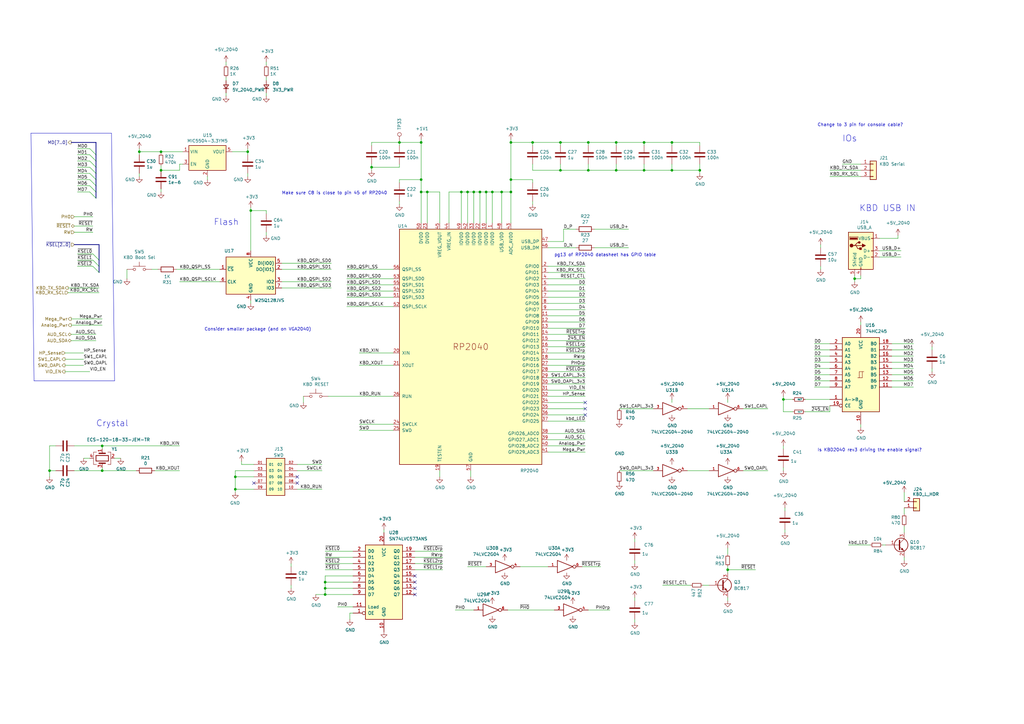
<source format=kicad_sch>
(kicad_sch (version 20230121) (generator eeschema)
  (paper "A3")
  (title_block (title "KBD2040") (date "2022-06-27") (rev "3b") (company "twitch.tv/baldengineer"))
  (junction (at 133.35 241.3))
  (junction (at 275.59 69.85))
  (junction (at 96.52 195.58))
  (junction (at 41.91 193.04))
  (junction (at 241.3 69.85))
  (junction (at 252.73 69.85))
  (junction (at 66.04 69.85))
  (junction (at 152.4 68.58))
  (junction (at 229.87 69.85))
  (junction (at 264.16 69.85))
  (junction (at 189.23 78.74))
  (junction (at 275.59 58.42))
  (junction (at 172.72 58.42))
  (junction (at 41.91 182.88))
  (junction (at 298.45 233.68))
  (junction (at 209.55 78.74))
  (junction (at 172.72 78.74))
  (junction (at 196.85 78.74))
  (junction (at 194.31 78.74))
  (junction (at 66.04 62.23))
  (junction (at 133.35 238.76))
  (junction (at 163.83 58.42))
  (junction (at 201.93 78.74))
  (junction (at 218.44 58.42))
  (junction (at 101.6 62.23))
  (junction (at 57.15 62.23))
  (junction (at 172.72 73.66))
  (junction (at 350.52 114.3))
  (junction (at 191.77 78.74))
  (junction (at 321.31 163.83))
  (junction (at 133.35 243.84))
  (junction (at 229.87 58.42))
  (junction (at 209.55 73.66))
  (junction (at 205.74 78.74))
  (junction (at 102.87 86.36))
  (junction (at 96.52 200.66))
  (junction (at 252.73 58.42))
  (junction (at 199.39 78.74))
  (junction (at 20.32 193.04))
  (junction (at 209.55 58.42))
  (junction (at 241.3 58.42))
  (junction (at 287.02 69.85))
  (junction (at 264.16 58.42))
  (junction (at 175.26 78.74))
  (no_connect (at 240.03 170.18))
  (no_connect (at 240.03 167.64))
  (no_connect (at 170.18 238.76))
  (no_connect (at 240.03 165.1))
  (no_connect (at 121.92 198.12))
  (no_connect (at 104.14 198.12))
  (no_connect (at 121.92 195.58))
  (no_connect (at 170.18 236.22))
  (no_connect (at 170.18 241.3))
  (no_connect (at 170.18 243.84))
  (bus_entry (at 36.83 71.12) (size 2.54 2.54))
  (bus_entry (at 36.83 78.74) (size 2.54 2.54))
  (bus_entry (at 36.83 68.58) (size 2.54 2.54))
  (bus_entry (at 36.83 66.04) (size 2.54 2.54))
  (bus_entry (at 36.83 63.5) (size 2.54 2.54))
  (bus_entry (at 36.83 73.66) (size 2.54 2.54))
  (bus_entry (at 36.83 60.96) (size 2.54 2.54))
  (bus_entry (at 38.1 104.14) (size 2.54 2.54))
  (bus_entry (at 38.1 106.68) (size 2.54 2.54))
  (bus_entry (at 38.1 109.22) (size 2.54 2.54))
  (bus_entry (at 36.83 76.2) (size 2.54 2.54))
  (wire (pts (xy 241.3 58.42) (xy 252.73 58.42)))
  (wire (pts (xy 161.29 110.49) (xy 142.24 110.49)))
  (wire (pts (xy 96.52 193.04) (xy 104.14 193.04)))
  (wire (pts (xy 241.3 59.69) (xy 241.3 58.42)))
  (wire (pts (xy 31.75 104.14) (xy 38.1 104.14)))
  (wire (pts (xy 218.44 67.31) (xy 218.44 69.85)))
  (bus (pts (xy 39.37 68.58) (xy 39.37 66.04)))
  (wire (pts (xy 115.57 118.11) (xy 135.89 118.11)))
  (wire (pts (xy 360.68 105.41) (xy 369.57 105.41)))
  (wire (pts (xy 254 193.04) (xy 267.97 193.04)))
  (wire (pts (xy 194.31 91.44) (xy 194.31 78.74)))
  (wire (pts (xy 161.29 149.86) (xy 147.32 149.86)))
  (wire (pts (xy 224.79 160.02) (xy 240.03 160.02)))
  (wire (pts (xy 224.79 154.94) (xy 240.03 154.94)))
  (wire (pts (xy 134.62 162.56) (xy 161.29 162.56)))
  (wire (pts (xy 360.68 102.87) (xy 369.57 102.87)))
  (wire (pts (xy 22.86 182.88) (xy 20.32 182.88)))
  (wire (pts (xy 27.94 120.015) (xy 40.64 120.015)))
  (wire (pts (xy 205.74 91.44) (xy 205.74 78.74)))
  (wire (pts (xy 102.87 123.19) (xy 102.87 124.46)))
  (wire (pts (xy 180.34 193.04) (xy 180.34 195.58)))
  (wire (pts (xy 334.01 156.21) (xy 340.36 156.21)))
  (wire (pts (xy 365.76 146.05) (xy 374.65 146.05)))
  (wire (pts (xy 36.83 76.2) (xy 31.75 76.2)))
  (wire (pts (xy 31.75 109.22) (xy 38.1 109.22)))
  (wire (pts (xy 193.04 193.04) (xy 193.04 195.58)))
  (wire (pts (xy 288.29 240.03) (xy 290.83 240.03)))
  (wire (pts (xy 129.54 243.84) (xy 133.35 243.84)))
  (wire (pts (xy 36.83 152.4) (xy 26.67 152.4)))
  (wire (pts (xy 243.84 93.98) (xy 257.81 93.98)))
  (wire (pts (xy 229.87 58.42) (xy 241.3 58.42)))
  (wire (pts (xy 175.26 91.44) (xy 175.26 78.74)))
  (wire (pts (xy 115.57 110.49) (xy 135.89 110.49)))
  (wire (pts (xy 46.99 187.96) (xy 49.53 187.96)))
  (wire (pts (xy 365.76 156.21) (xy 374.65 156.21)))
  (wire (pts (xy 334.01 146.05) (xy 340.36 146.05)))
  (wire (pts (xy 121.92 190.5) (xy 132.08 190.5)))
  (wire (pts (xy 189.23 78.74) (xy 191.77 78.74)))
  (wire (pts (xy 180.34 91.44) (xy 180.34 78.74)))
  (wire (pts (xy 224.79 111.76) (xy 240.03 111.76)))
  (wire (pts (xy 101.6 71.12) (xy 101.6 72.39)))
  (wire (pts (xy 321.31 191.77) (xy 321.31 193.04)))
  (wire (pts (xy 133.35 236.22) (xy 133.35 238.76)))
  (wire (pts (xy 66.04 69.85) (xy 73.66 69.85)))
  (wire (pts (xy 353.06 113.03) (xy 353.06 114.3)))
  (wire (pts (xy 224.79 182.88) (xy 240.03 182.88)))
  (bus (pts (xy 39.37 73.66) (xy 39.37 71.12)))
  (wire (pts (xy 275.59 67.31) (xy 275.59 69.85)))
  (wire (pts (xy 109.22 25.4) (xy 109.22 26.67)))
  (wire (pts (xy 304.8 167.64) (xy 314.96 167.64)))
  (wire (pts (xy 39.37 137.16) (xy 29.21 137.16)))
  (wire (pts (xy 224.79 167.64) (xy 240.03 167.64)))
  (wire (pts (xy 224.79 101.6) (xy 236.22 101.6)))
  (wire (pts (xy 170.18 226.06) (xy 181.61 226.06)))
  (wire (pts (xy 36.83 78.74) (xy 31.75 78.74)))
  (wire (pts (xy 119.38 231.14) (xy 119.38 232.41)))
  (wire (pts (xy 161.29 176.53) (xy 147.32 176.53)))
  (wire (pts (xy 96.52 195.58) (xy 104.14 195.58)))
  (wire (pts (xy 321.31 182.88) (xy 321.31 184.15)))
  (wire (pts (xy 36.83 63.5) (xy 31.75 63.5)))
  (wire (pts (xy 101.6 60.96) (xy 101.6 62.23)))
  (wire (pts (xy 224.79 114.3) (xy 240.03 114.3)))
  (wire (pts (xy 57.15 62.23) (xy 66.04 62.23)))
  (wire (pts (xy 41.91 193.04) (xy 55.88 193.04)))
  (wire (pts (xy 31.75 66.04) (xy 36.83 66.04)))
  (wire (pts (xy 370.84 208.28) (xy 370.84 210.82)))
  (wire (pts (xy 330.2 163.83) (xy 340.36 163.83)))
  (wire (pts (xy 353.06 173.99) (xy 353.06 175.26)))
  (wire (pts (xy 287.02 69.85) (xy 287.02 71.12)))
  (wire (pts (xy 287.02 59.69) (xy 287.02 58.42)))
  (wire (pts (xy 34.29 149.86) (xy 26.67 149.86)))
  (wire (pts (xy 209.55 58.42) (xy 218.44 58.42)))
  (wire (pts (xy 298.45 233.68) (xy 298.45 234.95)))
  (wire (pts (xy 102.87 86.36) (xy 102.87 102.87)))
  (bus (pts (xy 39.37 71.12) (xy 39.37 68.58)))
  (wire (pts (xy 170.18 233.68) (xy 181.61 233.68)))
  (wire (pts (xy 199.39 91.44) (xy 199.39 78.74)))
  (wire (pts (xy 321.31 168.91) (xy 325.12 168.91)))
  (wire (pts (xy 95.25 62.23) (xy 101.6 62.23)))
  (wire (pts (xy 184.15 78.74) (xy 189.23 78.74)))
  (wire (pts (xy 260.35 220.98) (xy 260.35 222.25)))
  (wire (pts (xy 30.48 95.25) (xy 38.1 95.25)))
  (wire (pts (xy 224.79 144.78) (xy 240.03 144.78)))
  (wire (pts (xy 298.45 245.11) (xy 298.45 246.38)))
  (wire (pts (xy 287.02 67.31) (xy 287.02 69.85)))
  (wire (pts (xy 321.31 163.83) (xy 321.31 168.91)))
  (polyline (pts (xy 46.99 156.21) (xy 13.97 156.21)))
  (wire (pts (xy 275.59 69.85) (xy 264.16 69.85)))
  (bus (pts (xy 39.37 63.5) (xy 39.37 58.42)))
  (wire (pts (xy 109.22 86.36) (xy 102.87 86.36)))
  (wire (pts (xy 31.75 68.58) (xy 36.83 68.58)))
  (wire (pts (xy 209.55 73.66) (xy 218.44 73.66)))
  (wire (pts (xy 92.71 38.1) (xy 92.71 39.37)))
  (wire (pts (xy 66.04 62.23) (xy 66.04 62.865)))
  (wire (pts (xy 66.04 77.47) (xy 66.04 78.74)))
  (wire (pts (xy 199.39 78.74) (xy 201.93 78.74)))
  (wire (pts (xy 175.26 78.74) (xy 172.72 78.74)))
  (wire (pts (xy 163.83 59.69) (xy 163.83 58.42)))
  (polyline (pts (xy 45.72 54.61) (xy 46.99 156.21)))
  (wire (pts (xy 133.35 243.84) (xy 144.78 243.84)))
  (wire (pts (xy 66.04 67.945) (xy 66.04 69.85)))
  (wire (pts (xy 27.94 118.11) (xy 40.64 118.11)))
  (wire (pts (xy 121.92 200.66) (xy 132.08 200.66)))
  (wire (pts (xy 147.32 144.78) (xy 161.29 144.78)))
  (wire (pts (xy 74.93 67.31) (xy 73.66 67.31)))
  (wire (pts (xy 109.22 38.1) (xy 109.22 39.37)))
  (wire (pts (xy 152.4 67.31) (xy 152.4 68.58)))
  (wire (pts (xy 201.93 78.74) (xy 201.93 91.44)))
  (wire (pts (xy 365.76 140.97) (xy 374.65 140.97)))
  (wire (pts (xy 252.73 67.31) (xy 252.73 69.85)))
  (wire (pts (xy 345.44 67.31) (xy 353.06 67.31)))
  (wire (pts (xy 143.51 254) (xy 143.51 251.46)))
  (wire (pts (xy 224.79 139.7) (xy 240.03 139.7)))
  (wire (pts (xy 224.79 142.24) (xy 240.03 142.24)))
  (wire (pts (xy 264.16 67.31) (xy 264.16 69.85)))
  (wire (pts (xy 96.52 200.66) (xy 96.52 201.93)))
  (wire (pts (xy 252.73 69.85) (xy 241.3 69.85)))
  (wire (pts (xy 321.945 217.17) (xy 321.945 218.44)))
  (wire (pts (xy 109.22 31.75) (xy 109.22 33.02)))
  (wire (pts (xy 224.79 127) (xy 240.03 127)))
  (wire (pts (xy 191.77 91.44) (xy 191.77 78.74)))
  (wire (pts (xy 325.12 163.83) (xy 321.31 163.83)))
  (wire (pts (xy 62.23 110.49) (xy 64.77 110.49)))
  (wire (pts (xy 180.34 78.74) (xy 175.26 78.74)))
  (wire (pts (xy 353.06 114.3) (xy 350.52 114.3)))
  (wire (pts (xy 163.83 68.58) (xy 163.83 67.31)))
  (wire (pts (xy 241.3 69.85) (xy 229.87 69.85)))
  (wire (pts (xy 231.14 93.98) (xy 236.22 93.98)))
  (wire (pts (xy 29.21 133.35) (xy 41.91 133.35)))
  (wire (pts (xy 104.14 190.5) (xy 99.06 190.5)))
  (wire (pts (xy 22.86 193.04) (xy 20.32 193.04)))
  (wire (pts (xy 382.27 151.13) (xy 382.27 152.4)))
  (wire (pts (xy 52.07 110.49) (xy 52.07 114.3)))
  (wire (pts (xy 196.85 78.74) (xy 199.39 78.74)))
  (wire (pts (xy 368.3 96.52) (xy 368.3 97.79)))
  (wire (pts (xy 208.28 250.19) (xy 227.33 250.19)))
  (wire (pts (xy 334.01 153.67) (xy 340.36 153.67)))
  (wire (pts (xy 224.79 165.1) (xy 240.03 165.1)))
  (wire (pts (xy 231.14 93.98) (xy 231.14 99.06)))
  (wire (pts (xy 73.66 115.57) (xy 90.17 115.57)))
  (wire (pts (xy 20.32 193.04) (xy 20.32 195.58)))
  (wire (pts (xy 39.37 139.7) (xy 29.21 139.7)))
  (wire (pts (xy 298.45 224.79) (xy 298.45 227.33)))
  (wire (pts (xy 275.59 59.69) (xy 275.59 58.42)))
  (wire (pts (xy 224.79 132.08) (xy 240.03 132.08)))
  (wire (pts (xy 229.87 69.85) (xy 218.44 69.85)))
  (wire (pts (xy 31.75 71.12) (xy 36.83 71.12)))
  (wire (pts (xy 142.24 121.92) (xy 161.29 121.92)))
  (wire (pts (xy 31.75 106.68) (xy 38.1 106.68)))
  (wire (pts (xy 152.4 68.58) (xy 152.4 69.85)))
  (wire (pts (xy 361.95 223.52) (xy 363.22 223.52)))
  (wire (pts (xy 57.15 71.12) (xy 57.15 72.39)))
  (wire (pts (xy 73.66 69.85) (xy 73.66 67.31)))
  (wire (pts (xy 41.91 182.88) (xy 73.66 182.88)))
  (wire (pts (xy 92.71 25.4) (xy 92.71 26.67)))
  (wire (pts (xy 213.36 232.41) (xy 224.79 232.41)))
  (wire (pts (xy 229.87 67.31) (xy 229.87 69.85)))
  (wire (pts (xy 365.76 148.59) (xy 374.65 148.59)))
  (wire (pts (xy 209.55 58.42) (xy 209.55 73.66)))
  (wire (pts (xy 334.01 151.13) (xy 340.36 151.13)))
  (wire (pts (xy 199.39 232.41) (xy 191.77 232.41)))
  (wire (pts (xy 172.72 78.74) (xy 172.72 91.44)))
  (wire (pts (xy 224.79 99.06) (xy 231.14 99.06)))
  (wire (pts (xy 275.59 163.83) (xy 275.59 165.1)))
  (bus (pts (xy 39.37 78.74) (xy 39.37 76.2)))
  (wire (pts (xy 209.55 57.15) (xy 209.55 58.42)))
  (wire (pts (xy 224.79 152.4) (xy 240.03 152.4)))
  (wire (pts (xy 224.79 109.22) (xy 240.03 109.22)))
  (wire (pts (xy 30.48 182.88) (xy 41.91 182.88)))
  (wire (pts (xy 330.2 168.91) (xy 340.36 168.91)))
  (wire (pts (xy 224.79 149.86) (xy 240.03 149.86)))
  (wire (pts (xy 224.79 116.84) (xy 240.03 116.84)))
  (wire (pts (xy 298.45 232.41) (xy 298.45 233.68)))
  (wire (pts (xy 102.87 85.09) (xy 102.87 86.36)))
  (wire (pts (xy 370.84 228.6) (xy 370.84 229.87)))
  (wire (pts (xy 370.84 201.93) (xy 370.84 205.74)))
  (wire (pts (xy 66.04 62.23) (xy 74.93 62.23)))
  (wire (pts (xy 224.79 185.42) (xy 240.03 185.42)))
  (wire (pts (xy 347.98 223.52) (xy 356.87 223.52)))
  (wire (pts (xy 142.24 125.73) (xy 161.29 125.73)))
  (wire (pts (xy 224.79 121.92) (xy 240.03 121.92)))
  (wire (pts (xy 163.83 82.55) (xy 163.83 83.82)))
  (wire (pts (xy 172.72 58.42) (xy 172.72 73.66)))
  (wire (pts (xy 224.79 147.32) (xy 240.03 147.32)))
  (wire (pts (xy 218.44 58.42) (xy 229.87 58.42)))
  (wire (pts (xy 229.87 59.69) (xy 229.87 58.42)))
  (wire (pts (xy 224.79 119.38) (xy 240.03 119.38)))
  (wire (pts (xy 321.31 162.56) (xy 321.31 163.83)))
  (wire (pts (xy 92.71 31.75) (xy 92.71 33.02)))
  (wire (pts (xy 340.36 69.85) (xy 353.06 69.85)))
  (wire (pts (xy 133.35 238.76) (xy 133.35 241.3)))
  (wire (pts (xy 30.48 193.04) (xy 41.91 193.04)))
  (wire (pts (xy 224.79 157.48) (xy 240.03 157.48)))
  (wire (pts (xy 298.45 233.68) (xy 309.88 233.68)))
  (wire (pts (xy 209.55 78.74) (xy 209.55 91.44)))
  (wire (pts (xy 133.35 241.3) (xy 133.35 243.84)))
  (wire (pts (xy 115.57 115.57) (xy 135.89 115.57)))
  (wire (pts (xy 172.72 57.15) (xy 172.72 58.42)))
  (wire (pts (xy 254 167.64) (xy 267.97 167.64)))
  (wire (pts (xy 252.73 58.42) (xy 264.16 58.42)))
  (wire (pts (xy 224.79 137.16) (xy 240.03 137.16)))
  (wire (pts (xy 260.35 245.11) (xy 260.35 246.38)))
  (wire (pts (xy 31.75 73.66) (xy 36.83 73.66)))
  (wire (pts (xy 161.29 173.99) (xy 147.32 173.99)))
  (wire (pts (xy 353.06 132.08) (xy 353.06 133.35)))
  (wire (pts (xy 119.38 240.03) (xy 119.38 241.3)))
  (wire (pts (xy 163.83 74.93) (xy 163.83 73.66)))
  (wire (pts (xy 334.01 143.51) (xy 340.36 143.51)))
  (wire (pts (xy 243.84 101.6) (xy 257.81 101.6)))
  (wire (pts (xy 336.55 109.22) (xy 336.55 110.49)))
  (wire (pts (xy 184.15 91.44) (xy 184.15 78.74)))
  (wire (pts (xy 133.35 228.6) (xy 144.78 228.6)))
  (bus (pts (xy 40.64 111.76) (xy 40.64 109.22)))
  (wire (pts (xy 241.3 67.31) (xy 241.3 69.85)))
  (wire (pts (xy 163.83 58.42) (xy 172.72 58.42)))
  (wire (pts (xy 194.31 78.74) (xy 196.85 78.74)))
  (wire (pts (xy 30.48 92.71) (xy 38.1 92.71)))
  (wire (pts (xy 370.84 215.9) (xy 370.84 218.44)))
  (wire (pts (xy 196.85 91.44) (xy 196.85 78.74)))
  (wire (pts (xy 191.77 78.74) (xy 194.31 78.74)))
  (bus (pts (xy 40.64 106.68) (xy 40.64 100.33)))
  (wire (pts (xy 20.32 182.88) (xy 20.32 193.04)))
  (wire (pts (xy 170.18 228.6) (xy 181.61 228.6)))
  (wire (pts (xy 72.39 110.49) (xy 90.17 110.49)))
  (bus (pts (xy 39.37 66.04) (xy 39.37 63.5)))
  (wire (pts (xy 96.52 200.66) (xy 104.14 200.66)))
  (wire (pts (xy 63.5 193.04) (xy 73.66 193.04)))
  (wire (pts (xy 36.83 60.96) (xy 31.75 60.96)))
  (wire (pts (xy 101.6 62.23) (xy 101.6 63.5)))
  (wire (pts (xy 246.38 232.41) (xy 238.76 232.41)))
  (wire (pts (xy 281.94 167.64) (xy 290.83 167.64)))
  (wire (pts (xy 133.35 231.14) (xy 144.78 231.14)))
  (wire (pts (xy 224.79 134.62) (xy 240.03 134.62)))
  (wire (pts (xy 29.21 130.81) (xy 41.91 130.81)))
  (wire (pts (xy 57.15 60.96) (xy 57.15 62.23)))
  (wire (pts (xy 152.4 59.69) (xy 152.4 58.42)))
  (wire (pts (xy 224.79 172.72) (xy 240.03 172.72)))
  (wire (pts (xy 170.18 231.14) (xy 181.61 231.14)))
  (wire (pts (xy 298.45 163.83) (xy 298.45 165.1)))
  (wire (pts (xy 152.4 58.42) (xy 163.83 58.42)))
  (wire (pts (xy 350.52 114.3) (xy 350.52 115.57)))
  (wire (pts (xy 41.91 184.15) (xy 41.91 182.88)))
  (wire (pts (xy 218.44 82.55) (xy 218.44 83.82)))
  (wire (pts (xy 142.24 116.84) (xy 161.29 116.84)))
  (wire (pts (xy 304.8 193.04) (xy 314.96 193.04)))
  (wire (pts (xy 365.76 143.51) (xy 374.65 143.51)))
  (wire (pts (xy 260.35 229.87) (xy 260.35 231.14)))
  (wire (pts (xy 365.76 153.67) (xy 374.65 153.67)))
  (wire (pts (xy 157.48 217.17) (xy 157.48 218.44)))
  (wire (pts (xy 121.92 193.04) (xy 132.08 193.04)))
  (wire (pts (xy 264.16 58.42) (xy 275.59 58.42)))
  (wire (pts (xy 281.94 193.04) (xy 290.83 193.04)))
  (wire (pts (xy 194.31 250.19) (xy 186.69 250.19)))
  (wire (pts (xy 264.16 59.69) (xy 264.16 58.42)))
  (wire (pts (xy 133.35 233.68) (xy 144.78 233.68)))
  (wire (pts (xy 133.35 238.76) (xy 144.78 238.76)))
  (wire (pts (xy 152.4 68.58) (xy 163.83 68.58)))
  (wire (pts (xy 142.24 114.3) (xy 161.29 114.3)))
  (wire (pts (xy 224.79 129.54) (xy 240.03 129.54)))
  (wire (pts (xy 365.76 158.75) (xy 374.65 158.75)))
  (wire (pts (xy 57.15 62.23) (xy 57.15 63.5)))
  (wire (pts (xy 382.27 142.24) (xy 382.27 143.51)))
  (wire (pts (xy 334.01 148.59) (xy 340.36 148.59)))
  (wire (pts (xy 360.68 97.79) (xy 368.3 97.79)))
  (wire (pts (xy 209.55 73.66) (xy 209.55 78.74)))
  (wire (pts (xy 224.79 124.46) (xy 240.03 124.46)))
  (wire (pts (xy 271.78 240.03) (xy 283.21 240.03)))
  (wire (pts (xy 224.79 177.8) (xy 240.03 177.8)))
  (wire (pts (xy 350.52 113.03) (xy 350.52 114.3)))
  (wire (pts (xy 115.57 107.95) (xy 135.89 107.95)))
  (wire (pts (xy 275.59 58.42) (xy 287.02 58.42)))
  (wire (pts (xy 201.93 78.74) (xy 205.74 78.74)))
  (bus (pts (xy 30.48 100.33) (xy 40.64 100.33)))
  (wire (pts (xy 218.44 59.69) (xy 218.44 58.42)))
  (wire (pts (xy 260.35 254) (xy 260.35 255.27)))
  (wire (pts (xy 96.52 195.58) (xy 96.52 200.66)))
  (bus (pts (xy 39.37 76.2) (xy 39.37 73.66)))
  (wire (pts (xy 189.23 91.44) (xy 189.23 78.74)))
  (wire (pts (xy 96.52 193.04) (xy 96.52 195.58)))
  (wire (pts (xy 99.06 190.5) (xy 99.06 189.23)))
  (wire (pts (xy 218.44 74.93) (xy 218.44 73.66)))
  (wire (pts (xy 34.29 144.78) (xy 26.67 144.78)))
  (wire (pts (xy 172.72 73.66) (xy 172.72 78.74)))
  (wire (pts (xy 109.22 95.25) (xy 109.22 96.52)))
  (bus (pts (xy 29.21 58.42) (xy 39.37 58.42)))
  (wire (pts (xy 275.59 69.85) (xy 287.02 69.85)))
  (wire (pts (xy 336.55 100.33) (xy 336.55 101.6)))
  (wire (pts (xy 133.35 241.3) (xy 144.78 241.3)))
  (wire (pts (xy 138.43 248.92) (xy 144.78 248.92)))
  (bus (pts (xy 39.37 81.28) (xy 39.37 78.74)))
  (wire (pts (xy 252.73 59.69) (xy 252.73 58.42)))
  (wire (pts (xy 133.35 226.06) (xy 144.78 226.06)))
  (wire (pts (xy 224.79 180.34) (xy 240.03 180.34)))
  (wire (pts (xy 142.24 119.38) (xy 161.29 119.38)))
  (bus (pts (xy 40.64 109.22) (xy 40.64 106.68)))
  (wire (pts (xy 264.16 69.85) (xy 252.73 69.85)))
  (polyline (pts (xy 12.7 54.61) (xy 13.97 156.21)))
  (wire (pts (xy 124.46 162.56) (xy 124.46 165.1)))
  (wire (pts (xy 34.29 147.32) (xy 26.67 147.32)))
  (wire (pts (xy 205.74 78.74) (xy 209.55 78.74)))
  (wire (pts (xy 250.19 250.19) (xy 241.3 250.19)))
  (wire (pts (xy 340.36 72.39) (xy 353.06 72.39)))
  (wire (pts (xy 224.79 170.18) (xy 240.03 170.18)))
  (wire (pts (xy 340.36 168.91) (xy 340.36 166.37)))
  (polyline (pts (xy 12.7 54.61) (xy 45.72 54.61)))
  (wire (pts (xy 41.91 191.77) (xy 41.91 193.04)))
  (wire (pts (xy 321.945 208.28) (xy 321.945 209.55)))
  (wire (pts (xy 334.01 140.97) (xy 340.36 140.97)))
  (wire (pts (xy 109.22 87.63) (xy 109.22 86.36)))
  (wire (pts (xy 340.36 158.75) (xy 334.01 158.75)))
  (wire (pts (xy 143.51 251.46) (xy 144.78 251.46)))
  (wire (pts (xy 224.79 162.56) (xy 240.03 162.56)))
  (wire (pts (xy 163.83 73.66) (xy 172.72 73.66)))
  (wire (pts (xy 85.09 73.66) (xy 85.09 72.39)))
  (wire (pts (xy 38.1 88.9) (xy 30.48 88.9)))
  (wire (pts (xy 36.83 187.96) (xy 34.29 187.96)))
  (wire (pts (xy 133.35 236.22) (xy 144.78 236.22)))
  (wire (pts (xy 365.76 151.13) (xy 374.65 151.13)))
  (text "IOs" (at 345.44 58.42 0) (effects (font (size 2.54 2.54)) (justify left bottom)))
  (text "Change to 3 pin for console cable?" (at 335.28 52.07 0) (effects (font (size 1.27 1.27)) (justify left bottom)))
  (text "Crystal" (at 39.37 175.26 0) (effects (font (size 2.54 2.54)) (justify left bottom)))
  (text "pg13 of RP2040 datasheet has GPIO table" (at 227.33 105.41 0) (effects (font (size 1.27 1.27)) (justify left bottom)))
  (text "Consider smaller package (and on VGA2040)" (at 83.82 135.89 0) (effects (font (size 1.27 1.27)) (justify left bottom)))
  (text "Flash" (at 87.63 92.71 0) (effects (font (size 2.54 2.54)) (justify left bottom)))
  (text "Is KBD2040 rev3 driving the enable signal?" (at 335.28 185.42 0) (effects (font (size 1.27 1.27)) (justify left bottom)))
  (text "KBD USB IN" (at 352.425 86.995 0) (effects (font (size 2.54 2.54)) (justify left bottom)))
  (text "Make sure C8 is close to pin 45 of RP2040" (at 115.57 80.01 0) (effects (font (size 1.27 1.27)) (justify left bottom)))
  (label "SW1_CAPL_3v3" (at 240.03 154.94 180))
  (label "~{PH0}" (at 217.17 250.19 180))
  (label "~{RESET}" (at 38.1 92.71 180))
  (label "MD4" (at 374.65 151.13 180))
  (label "RWrp" (at 181.61 228.6 180))
  (label "HP_Sense" (at 240.03 162.56 180))
  (label "D6" (at 334.01 156.21 0))
  (label "HP_Sense" (at 34.29 144.78 0))
  (label "KBD_XIN" (at 73.66 182.88 180))
  (label "D1" (at 240.03 119.38 180))
  (label "D0" (at 240.03 116.84 180))
  (label "KBD_RX_SCL" (at 240.03 111.76 180))
  (label "Analog_Pwr" (at 240.03 182.88 180))
  (label "MD6" (at 31.75 76.2 0))
  (label "~{245_EN}" (at 332.74 168.91 0))
  (label "D3" (at 334.01 148.59 0))
  (label "D3" (at 240.03 124.46 180))
  (label "D2" (at 334.01 146.05 0))
  (label "PH0" (at 138.43 248.92 0))
  (label "PH0rp" (at 240.03 149.86 180))
  (label "SW0_OAPL" (at 34.29 149.86 0))
  (label "~{RESETrp}" (at 246.38 232.41 180))
  (label "~{KSEL1rp}" (at 240.03 142.24 180))
  (label "kbd_LED" (at 347.98 223.52 0))
  (label "D7" (at 334.01 158.75 0))
  (label "D5" (at 334.01 153.67 0))
  (label "RESET_CTL" (at 271.78 240.03 0))
  (label "AUD_SDA" (at 39.37 139.7 180))
  (label "GND" (at 345.44 67.31 0))
  (label "D_P" (at 231.14 93.98 0))
  (label "~{KSEL2}" (at 133.35 231.14 0))
  (label "KBD_RUN" (at 147.32 162.56 0))
  (label "KBD_TX_SDA" (at 40.64 118.11 180))
  (label "MD0" (at 374.65 140.97 180))
  (label "AUD_SCL" (at 240.03 180.34 180))
  (label "MD0" (at 31.75 60.96 0))
  (label "~{KSEL0}" (at 133.35 226.06 0))
  (label "~{KSEL2rp}" (at 181.61 231.14 180))
  (label "~{RESET}" (at 309.88 233.68 180))
  (label "MD3" (at 374.65 148.59 180))
  (label "KBD_QSPI_SCLK" (at 142.24 125.73 0))
  (label "PH0" (at 38.1 88.9 180))
  (label "KBD_QSPI_SD2" (at 142.24 119.38 0))
  (label "USB_D+" (at 369.57 102.87 180))
  (label "MD5" (at 31.75 73.66 0))
  (label "Analog_Pwr" (at 41.91 133.35 180))
  (label "~{RESETrp}" (at 240.03 137.16 180))
  (label "PH0rp" (at 250.19 250.19 180))
  (label "D7" (at 240.03 134.62 180))
  (label "RWrp" (at 240.03 147.32 180))
  (label "KBD_QSPI_SCLK" (at 73.66 115.57 0))
  (label "AUD_SCL" (at 39.37 137.16 180))
  (label "RW" (at 38.1 95.25 180))
  (label "VID_EN" (at 240.03 160.02 180))
  (label "D4" (at 240.03 127 180))
  (label "KBD_RX_SCL" (at 340.36 72.39 0))
  (label "SWD" (at 132.08 190.5 180))
  (label "D5" (at 240.03 129.54 180))
  (label "~{KSEL0rp}" (at 240.03 152.4 180))
  (label "MD5" (at 374.65 153.67 180))
  (label "D_N" (at 231.14 101.6 0))
  (label "USB_D+" (at 257.81 93.98 180))
  (label "D2" (at 240.03 121.92 180))
  (label "SW1_CAPL_3v3" (at 254 167.64 0))
  (label "kbd_LED" (at 240.03 172.72 180))
  (label "VID_EN" (at 36.83 152.4 0))
  (label "KBD_RUN" (at 132.08 200.66 180))
  (label "KBD_TX_SDA" (at 240.03 109.22 180))
  (label "~{RESET}" (at 191.77 232.41 0))
  (label "MD6" (at 374.65 156.21 180))
  (label "MD2" (at 374.65 146.05 180))
  (label "MD4" (at 31.75 71.12 0))
  (label "SWD" (at 147.32 176.53 0))
  (label "D6" (at 240.03 132.08 180))
  (label "~{KSEL1}" (at 133.35 233.68 0))
  (label "SW0_OAPL_3v3" (at 240.03 157.48 180))
  (label "KBD_TX_SDA" (at 340.36 69.85 0))
  (label "MD1" (at 374.65 143.51 180))
  (label "SWCLK" (at 132.08 193.04 180))
  (label "D4" (at 334.01 151.13 0))
  (label "Mega_Pwr" (at 41.91 130.81 180))
  (label "SW0_OAPL_3v3" (at 254 193.04 0))
  (label "KBD_QSPI_SD3" (at 142.24 121.92 0))
  (label "KBD_QSPI_SD0" (at 142.24 114.3 0))
  (label "KBD_QSPI_SD1" (at 135.89 110.49 180))
  (label "RESET_CTL" (at 240.03 114.3 180))
  (label "MD1" (at 31.75 63.5 0))
  (label "~{245_EN}" (at 240.03 139.7 180))
  (label "KBD_QSPI_SD0" (at 135.89 107.95 180))
  (label "KBD_RX_SCL" (at 40.64 120.015 180))
  (label "SW0_OAPL" (at 314.96 193.04 180))
  (label "RW" (at 133.35 228.6 0))
  (label "D1" (at 334.01 143.51 0))
  (label "KBD_QSPI_SD2" (at 135.89 115.57 180))
  (label "D0" (at 334.01 140.97 0))
  (label "~{KSEL0}" (at 31.75 104.14 0))
  (label "KBD_QSPI_SD3" (at 135.89 118.11 180))
  (label "KBD_XOUT" (at 147.32 149.86 0))
  (label "KBD_QSPI_SS" (at 73.66 110.49 0))
  (label "SWCLK" (at 147.32 173.99 0))
  (label "~{KSEL1rp}" (at 181.61 233.68 180))
  (label "KBD_QSPI_SD1" (at 142.24 116.84 0))
  (label "MD2" (at 31.75 66.04 0))
  (label "AUD_SDA" (at 240.03 177.8 180))
  (label "Mega_Pwr" (at 240.03 185.42 180))
  (label "KBD_XIN" (at 147.32 144.78 0))
  (label "USB_D-" (at 257.81 101.6 180))
  (label "~{KSEL0rp}" (at 181.61 226.06 180))
  (label "PH0" (at 186.69 250.19 0))
  (label "~{KSEL1}" (at 31.75 106.68 0))
  (label "KBD_XOUT" (at 73.66 193.04 180))
  (label "MD3" (at 31.75 68.58 0))
  (label "SW1_CAPL" (at 314.96 167.64 180))
  (label "SW1_CAPL" (at 34.29 147.32 0))
  (label "USB_D-" (at 369.57 105.41 180))
  (label "~{KSEL2}" (at 31.75 109.22 0))
  (label "MD7" (at 31.75 78.74 0))
  (label "KBD_QSPI_SS" (at 142.24 110.49 0))
  (label "MD7" (at 374.65 158.75 180))
  (label "~{KSEL2rp}" (at 240.03 144.78 180))
  (hierarchical_label "KBD_RX_SCL" (shape input) (at 27.94 120.015 180))
  (hierarchical_label "MD[7..0]" (shape output) (at 29.21 58.42 180))
  (hierarchical_label "SW1_CAPL" (shape output) (at 26.67 147.32 180))
  (hierarchical_label "KBD_TX_SDA" (shape output) (at 27.94 118.11 180))
  (hierarchical_label "AUD_SDA" (shape bidirectional) (at 29.21 139.7 180))
  (hierarchical_label "RW" (shape input) (at 30.48 95.25 180))
  (hierarchical_label "~{RESET}" (shape bidirectional) (at 30.48 92.71 180))
  (hierarchical_label "~{KSEL[2..0]}" (shape input) (at 30.48 100.33 180))
  (hierarchical_label "AUD_SCL" (shape bidirectional) (at 29.21 137.16 180))
  (hierarchical_label "Mega_Pwr" (shape output) (at 29.21 130.81 180))
  (hierarchical_label "Analog_Pwr" (shape output) (at 29.21 133.35 180))
  (hierarchical_label "VID_EN" (shape output) (at 26.67 152.4 180))
  (hierarchical_label "HP_Sense" (shape input) (at 26.67 144.78 180))
  (hierarchical_label "SW0_OAPL" (shape output) (at 26.67 149.86 180))
  (hierarchical_label "PH0" (shape input) (at 30.48 88.9 180))
  (symbol (lib_id "power:GND") (at 129.54 243.84 0) (unit 1)
    (property "Reference" "#PWR0246" (effects hide))
    (property "Value" "GND" (at 129.667 248.2342 0))
  )
  (symbol (lib_id "Mega IIe Rev3 Symbols:R_Small") (at 254 195.58 0) (unit 1)
    (property "Reference" "R56" (at 256.54 194.3099 0) (effects (justify left)))
    (property "Value" "470" (at 256.54 196.8499 0) (effects (justify left)))
    (property "Footprint" "Resistor_SMD:R_0603_1608Metric" (effects hide))
  )
  (symbol (lib_id "Mega IIe Rev3 Symbols:C") (at 336.55 105.41 0) (unit 1)
    (property "Reference" "C57" (at 339.471 104.2416 0) (effects (justify left)))
    (property "Value" "10u" (at 339.471 106.553 0) (effects (justify left)))
    (property "Footprint" "Capacitor_SMD:C_0805_2012Metric" (effects hide))
  )
  (symbol (lib_name "R_0805_4") (lib_id "Mega IIe Rev3 Symbols:R_0805_4") (at 109.22 29.21 0) (unit 1)
    (property "Reference" "R51" (at 110.7186 28.0416 0) (effects (justify left)))
    (property "Value" "1K" (at 110.7186 30.353 0) (effects (justify left)))
    (property "Footprint" "Resistor_SMD:R_0805_2012Metric" (effects hide))
  )
  (symbol (lib_id "power:GND") (at 254 172.72 0) (unit 1)
    (property "Reference" "#PWR0414" (effects hide))
    (property "Value" "GND" (at 254.127 186.0042 0))
  )
  (symbol (lib_name "+5V_2040_2") (lib_id "My Library:+5V_2040") (at 275.59 190.5 0) (unit 1)
    (property "Reference" "#PWR0333" (effects hide))
    (property "Value" "+5V_2040" (at 275.59 182.88 0))
  )
  (symbol (lib_id "Mega IIe Rev3 Symbols:C") (at 321.945 213.36 0) (unit 1)
    (property "Reference" "C36" (at 325.755 210.82 0) (effects (justify left)))
    (property "Value" "1u" (at 324.866 214.503 0) (effects (justify left)))
    (property "Footprint" "Capacitor_SMD:C_0603_1608Metric" (effects hide))
  )
  (symbol (lib_id "power:GND") (at 321.945 218.44 0) (unit 1)
    (property "Reference" "#PWR0407" (effects hide))
    (property "Value" "GND" (at 322.072 222.8342 0))
  )
  (symbol (lib_id "Mega IIe Rev3 Symbols:R") (at 240.03 101.6 270) (unit 1)
    (property "Reference" "R23" (at 240.03 96.3422 90))
    (property "Value" "27" (at 240.03 98.6536 90))
    (property "Footprint" "Resistor_SMD:R_0603_1608Metric" (effects hide))
  )
  (symbol (lib_id "Mega IIe Rev3 Symbols:R_Small") (at 254 170.18 0) (unit 1)
    (property "Reference" "R46" (at 256.54 168.9099 0) (effects (justify left)))
    (property "Value" "470" (at 256.54 171.4499 0) (effects (justify left)))
    (property "Footprint" "Resistor_SMD:R_0603_1608Metric" (effects hide))
  )
  (symbol (lib_id "power:GND") (at 57.15 72.39 0) (unit 1)
    (property "Reference" "#PWR0228" (effects hide))
    (property "Value" "GND" (at 53.34 73.66 0))
  )
  (symbol (lib_id "power:GND") (at 109.22 39.37 0) (unit 1)
    (property "Reference" "#PWR0329" (effects hide))
    (property "Value" "GND" (at 105.41 40.64 0))
  )
  (symbol (lib_id "power:+3V3") (at 119.38 231.14 0) (unit 1)
    (property "Reference" "#PWR0179" (effects hide))
    (property "Value" "+3V3" (at 119.761 226.7458 0))
  )
  (symbol (lib_id "Mega IIe Rev3 Symbols:C") (at 264.16 63.5 0) (unit 1)
    (property "Reference" "C31" (at 267.081 62.3316 0) (effects (justify left)))
    (property "Value" "100n" (at 267.081 64.643 0) (effects (justify left)))
    (property "Footprint" "Capacitor_SMD:C_0603_1608Metric" (effects hide))
  )
  (symbol (lib_id "Mega IIe Rev3 Symbols:74HC245") (at 353.06 153.67 0) (unit 1)
    (property "Reference" "U16" (at 356.87 133.35 0))
    (property "Value" "74HC245" (at 359.41 135.89 0))
    (property "Footprint" "Package_SO:SO-20_5.3x12.6mm_P1.27mm" (effects hide))
    (property "Datasheet" "http://www.ti.com/lit/gpn/sn74HC245" (effects hide))
  )
  (symbol (lib_id "Mega IIe Rev3 Symbols:Q_NPN_BEC") (at 368.3 223.52 0) (unit 1)
    (property "Reference" "Q10" (at 373.1514 222.3516 0) (effects (justify left)))
    (property "Value" "BC817" (at 373.1514 224.663 0) (effects (justify left)))
    (property "Footprint" "Package_TO_SOT_SMD:SOT-23" (effects hide))
  )
  (symbol (lib_id "power:GND") (at 260.35 231.14 0) (unit 1)
    (property "Reference" "#PWR0248" (effects hide))
    (property "Value" "GND" (at 260.477 235.5342 0))
  )
  (symbol (lib_name "+5V_2040_3") (lib_id "My Library:+5V_2040") (at 57.15 60.96 0) (unit 1)
    (property "Reference" "#PWR0241" (effects hide))
    (property "Value" "+5V_2040" (at 57.15 55.88 0))
  )
  (symbol (lib_id "Mega IIe Rev3 Symbols:C") (at 218.44 63.5 0) (unit 1)
    (property "Reference" "C25" (at 221.361 62.3316 0) (effects (justify left)))
    (property "Value" "100n" (at 221.361 64.643 0) (effects (justify left)))
    (property "Footprint" "Capacitor_SMD:C_0603_1608Metric" (effects hide))
  )
  (symbol (lib_name "+5V_2040_1") (lib_id "My Library:+5V_2040") (at 370.84 201.93 0) (unit 1)
    (property "Reference" "#PWR02" (effects hide))
    (property "Value" "+5V_2040" (at 366.776 197.993 0))
  )
  (symbol (lib_id "Mega IIe Rev3 Symbols:C") (at 287.02 63.5 0) (unit 1)
    (property "Reference" "C33" (at 289.941 62.3316 0) (effects (justify left)))
    (property "Value" "100n" (at 289.941 64.643 0) (effects (justify left)))
    (property "Footprint" "Capacitor_SMD:C_0603_1608Metric" (effects hide))
  )
  (symbol (lib_name "+5V_2040_6") (lib_id "My Library:+5V_2040") (at 336.55 100.33 0) (unit 1)
    (property "Reference" "#PWR0251" (effects hide))
    (property "Value" "+5V_2040" (at 336.55 95.25 0))
  )
  (symbol (lib_id "Mega IIe Rev3 Symbols:74LVC2G04_3V3") (at 234.95 250.19 0) (unit 2)
    (property "Reference" "U29" (at 231.14 242.57 0))
    (property "Value" "74LVC2G04" (at 228.6 245.11 0))
    (property "Footprint" "Package_TO_SOT_SMD:SOT-23-6" (effects hide))
    (property "Datasheet" "http://www.ti.com/lit/sg/scyt129e/scyt129e.pdf" (effects hide))
  )
  (symbol (lib_name "+5V_2040_2") (lib_id "My Library:+5V_2040") (at 298.45 190.5 0) (unit 1)
    (property "Reference" "#PWR0406" (effects hide))
    (property "Value" "+5V_2040" (at 298.45 182.88 0))
  )
  (symbol (lib_id "Mega IIe Rev3 Symbols:Crystal_GND24") (at 41.91 187.96 270) (unit 1)
    (property "Reference" "Y1" (at 45.72 184.15 90) (effects (justify left)))
    (property "Value" "ECS-120-18-33-JEM-TR" (at 35.56 180.34 90) (effects (justify left)))
    (property "Footprint" "Crystal:Crystal_SMD_3225-4Pin_3.2x2.5mm" (effects hide))
    (property "Old PN" "ABLS-12.000MHZ-B4-T" (effects hide))
  )
  (symbol (lib_id "power:GND") (at 370.84 229.87 0) (unit 1)
    (property "Reference" "#PWR03" (effects hide))
    (property "Value" "GND" (at 370.967 234.2642 0))
  )
  (symbol (lib_id "power:GND") (at 180.34 195.58 0) (unit 1)
    (property "Reference" "#PWR0233" (effects hide))
    (property "Value" "GND" (at 180.467 199.9742 0))
  )
  (symbol (lib_id "power:GND") (at 193.04 195.58 0) (unit 1)
    (property "Reference" "#PWR0234" (effects hide))
    (property "Value" "GND" (at 193.167 199.9742 0))
  )
  (symbol (lib_id "power:+3V3") (at 109.22 25.4 0) (unit 1)
    (property "Reference" "#PWR0328" (effects hide))
    (property "Value" "+3V3" (at 109.601 21.0058 0))
  )
  (symbol (lib_id "Mega IIe Rev3 Symbols:R") (at 59.69 193.04 270) (unit 1)
    (property "Reference" "R21" (at 59.69 187.7822 90))
    (property "Value" "0" (at 59.69 190.0936 90))
    (property "Footprint" "Resistor_SMD:R_0603_1608Metric" (effects hide))
  )
  (symbol (lib_id "power:GND") (at 152.4 69.85 0) (unit 1)
    (property "Reference" "#PWR0220" (effects hide))
    (property "Value" "GND" (at 152.527 74.2442 0))
  )
  (symbol (lib_id "power:GND") (at 119.38 241.3 0) (unit 1)
    (property "Reference" "#PWR0180" (effects hide))
    (property "Value" "GND" (at 119.507 245.6942 0))
  )
  (symbol (lib_id "power:GND") (at 254 198.12 0) (unit 1)
    (property "Reference" "#PWR0413" (effects hide))
    (property "Value" "GND" (at 254.127 202.5142 0))
  )
  (symbol (lib_id "Mega IIe Rev3 Symbols:Conn_01x02") (at 375.92 208.28 0) (mirror x) (unit 1)
    (property "Reference" "J24" (at 376.428 200.66 0))
    (property "Value" "KBD_L_HDR" (at 379.73 202.692 0))
    (property "Footprint" "Connector_PinHeader_2.54mm:PinHeader_1x02_P2.54mm_Vertical" (effects hide))
  )
  (symbol (lib_id "Mega IIe Rev3 Symbols:C") (at 241.3 63.5 0) (unit 1)
    (property "Reference" "C28" (at 244.221 62.3316 0) (effects (justify left)))
    (property "Value" "100n" (at 244.221 64.643 0) (effects (justify left)))
    (property "Footprint" "Capacitor_SMD:C_0603_1608Metric" (effects hide))
  )
  (symbol (lib_id "Mega IIe Rev3 Symbols:R_0805") (at 359.41 223.52 270) (unit 1)
    (property "Reference" "R84" (at 358.14 226.06 90) (effects (justify left)))
    (property "Value" "10k" (at 358.14 220.98 90) (effects (justify left)))
    (property "Footprint" "Resistor_SMD:R_0603_1608Metric" (effects hide))
  )
  (symbol (lib_id "power:GND") (at 382.27 152.4 0) (unit 1)
    (property "Reference" "#PWR0113" (effects hide))
    (property "Value" "GND" (at 382.397 156.7942 0))
  )
  (symbol (lib_name "R_0805_2") (lib_id "Mega IIe Rev3 Symbols:R_0805_2") (at 327.66 163.83 90) (unit 1)
    (property "Reference" "R24" (at 328.93 161.29 90) (effects (justify left)))
    (property "Value" "4k7" (at 328.93 163.83 90) (effects (font (size 0.635 0.635)) (justify left)))
    (property "Footprint" "Resistor_SMD:R_0805_2012Metric" (effects hide))
  )
  (symbol (lib_id "power:GND") (at 298.45 170.18 0) (unit 1)
    (property "Reference" "#PWR0411" (effects hide))
    (property "Value" "GND" (at 298.577 174.5742 0))
  )
  (symbol (lib_id "Mega IIe Rev3 Symbols:Conn_01x03") (at 358.14 69.85 0) (unit 1)
    (property "Reference" "J21" (at 360.68 64.77 0) (effects (justify left)))
    (property "Value" "KBD Serial" (at 360.68 67.31 0) (effects (justify left)))
    (property "Footprint" "Connector_PinHeader_2.54mm:PinHeader_1x03_P2.54mm_Vertical" (effects hide))
  )
  (symbol (lib_id "Mega IIe Rev3 Symbols:SW_Push") (at 57.15 110.49 0) (unit 1)
    (property "Reference" "SW5" (at 57.15 103.251 0))
    (property "Value" "KBD Boot Sel" (at 57.15 105.5624 0))
    (property "Footprint" "Button_Switch_SMD:SW_SPST_PTS810" (effects hide))
  )
  (symbol (lib_id "Mega IIe Rev3 Symbols:SW_Push") (at 129.54 162.56 0) (unit 1)
    (property "Reference" "SW4" (at 129.54 155.321 0))
    (property "Value" "KBD RESET" (at 129.54 157.6324 0))
    (property "Footprint" "Button_Switch_SMD:SW_SPST_PTS810" (effects hide))
  )
  (symbol (lib_id "power:GND") (at 234.95 252.73 0) (unit 1)
    (property "Reference" "#PWR0375" (effects hide))
    (property "Value" "GND" (at 235.077 257.1242 0))
  )
  (symbol (lib_id "Mega IIe Rev3 Symbols:USB_A") (at 353.06 102.87 0) (unit 1)
    (property "Reference" "J14" (at 354.5078 91.0082 0))
    (property "Value" "USB_A" (at 354.5078 93.3196 0))
    (property "Footprint" "My Libraries:USB_A_GCT_USB1125" (effects hide))
    (property "Datasheet" " ~" (effects hide))
    (property "MPN" "USB1125-GF-B" (effects hide))
    (property "SPN" "86AH2018" (effects hide))
  )
  (symbol (lib_id "power:+3V3") (at 201.93 247.65 0) (unit 1)
    (property "Reference" "#PWR0261" (effects hide))
    (property "Value" "+3V3" (at 202.311 243.2558 0))
  )
  (symbol (lib_id "Mega IIe Rev3 Symbols:74LVC2G04_3V3") (at 207.01 232.41 0) (unit 2)
    (property "Reference" "U30" (at 201.93 224.79 0))
    (property "Value" "74LVC2G04" (at 199.39 227.33 0))
    (property "Footprint" "Package_TO_SOT_SMD:SOT-23-6" (effects hide))
    (property "Datasheet" "http://www.ti.com/lit/sg/scyt129e/scyt129e.pdf" (effects hide))
  )
  (symbol (lib_id "Mega IIe Rev3 Symbols:74LVC2G04_3V3") (at 201.93 250.19 0) (unit 1)
    (property "Reference" "U29" (at 198.12 243.84 0))
    (property "Value" "74LVC2G04" (at 195.58 246.38 0))
    (property "Footprint" "Package_TO_SOT_SMD:SOT-23-6" (effects hide))
    (property "Datasheet" "http://www.ti.com/lit/sg/scyt129e/scyt129e.pdf" (effects hide))
  )
  (symbol (lib_id "power:+3V3") (at 232.41 229.87 0) (unit 1)
    (property "Reference" "#PWR0377" (effects hide))
    (property "Value" "+3V3" (at 232.791 225.4758 0))
  )
  (symbol (lib_id "power:GND") (at 287.02 71.12 0) (unit 1)
    (property "Reference" "#PWR0245" (effects hide))
    (property "Value" "GND" (at 287.147 75.5142 0))
  )
  (symbol (lib_id "power:+3V3") (at 102.87 85.09 0) (unit 1)
    (property "Reference" "#PWR0332" (effects hide))
    (property "Value" "+3V3" (at 103.251 80.6958 0))
  )
  (symbol (lib_id "Mega IIe Rev3 Symbols:D_1206") (at 109.22 35.56 90) (unit 1)
    (property "Reference" "D8" (at 111.76 34.2899 90) (effects (justify right)))
    (property "Value" "3V3_PWR" (at 111.76 36.8299 90) (effects (justify right)))
    (property "Footprint" "LED_SMD:LED_1206_3216Metric" (effects hide))
  )
  (symbol (lib_id "Mega IIe Rev3 Symbols:TestPoint") (at 163.83 58.42 0) (unit 1)
    (property "Reference" "TP33" (at 163.83 53.34 90) (effects (justify left)))
    (property "Value" "TestPoint" (effects hide))
    (property "Footprint" "TestPoint:TestPoint_Pad_D1.0mm" (effects hide))
  )
  (symbol (lib_id "power:GND") (at 49.53 187.96 0) (unit 1)
    (property "Reference" "#PWR0235" (effects hide))
    (property "Value" "GND" (at 49.657 192.3542 0))
  )
  (symbol (lib_id "power:+3V3") (at 209.55 57.15 0) (unit 1)
    (property "Reference" "#PWR0224" (effects hide))
    (property "Value" "+3V3" (at 209.931 52.7558 0))
  )
  (symbol (lib_name "R_0805_5") (lib_id "Mega IIe Rev3 Symbols:R_0805_5") (at 92.71 29.21 0) (unit 1)
    (property "Reference" "R26" (at 94.2086 28.0416 0) (effects (justify left)))
    (property "Value" "1K" (at 94.2086 30.353 0) (effects (justify left)))
    (property "Footprint" "Resistor_SMD:R_0805_2012Metric" (effects hide))
  )
  (symbol (lib_id "power:GND") (at 34.29 187.96 0) (unit 1)
    (property "Reference" "#PWR0232" (effects hide))
    (property "Value" "GND" (at 34.417 192.3542 0))
  )
  (symbol (lib_id "Mega IIe Rev3 Symbols:74LS573") (at 157.48 238.76 0) (unit 1)
    (property "Reference" "U28" (at 159.4994 218.44 0) (effects (justify left)))
    (property "Value" "SN74LVC573ANS" (at 159.4994 220.98 0) (effects (justify left)))
    (property "Footprint" "Package_SO:SO-20_5.3x12.6mm_P1.27mm" (effects hide))
    (property "Datasheet" "74xx/74hc573.pdf" (effects hide))
  )
  (symbol (lib_name "+5V_2040_2") (lib_id "My Library:+5V_2040") (at 275.59 163.83 0) (unit 1)
    (property "Reference" "#PWR0403" (effects hide))
    (property "Value" "+5V_2040" (at 275.59 157.48 0))
  )
  (symbol (lib_name "+5V_2040_1") (lib_id "My Library:+5V_2040") (at 353.06 132.08 0) (unit 1)
    (property "Reference" "#PWR0244" (effects hide))
    (property "Value" "+5V_2040" (at 353.06 127 0))
  )
  (symbol (lib_id "Mega IIe Rev3 Symbols:C") (at 163.83 63.5 0) (unit 1)
    (property "Reference" "C21" (at 166.751 62.3316 0) (effects (justify left)))
    (property "Value" "100n" (at 166.751 64.643 0) (effects (justify left)))
    (property "Footprint" "Capacitor_SMD:C_0603_1608Metric" (effects hide))
  )
  (symbol (lib_id "Mega IIe Rev3 Symbols:C") (at 229.87 63.5 0) (unit 1)
    (property "Reference" "C27" (at 232.791 62.3316 0) (effects (justify left)))
    (property "Value" "1u" (at 232.791 64.643 0) (effects (justify left)))
    (property "Footprint" "Capacitor_SMD:C_0603_1608Metric" (effects hide))
  )
  (symbol (lib_id "Mega IIe Rev3 Symbols:RP2040") (at 193.04 142.24 0) (unit 1)
    (property "Reference" "U14" (at 165.1 92.71 0))
    (property "Value" "RP2040" (at 217.17 193.04 0))
    (property "Footprint" "RP2040_minimal:RP2040-QFN-56" (effects hide))
  )
  (symbol (lib_id "Mega IIe Rev3 Symbols:D_1206") (at 92.71 35.56 90) (unit 1)
    (property "Reference" "D7" (at 95.25 34.2899 90) (effects (justify right)))
    (property "Value" "5V_2040_PWR" (at 95.25 36.8299 90) (effects (justify right)))
    (property "Footprint" "LED_SMD:LED_1206_3216Metric" (effects hide))
  )
  (symbol (lib_id "Mega IIe Rev3 Symbols:C") (at 275.59 63.5 0) (unit 1)
    (property "Reference" "C32" (at 278.511 62.3316 0) (effects (justify left)))
    (property "Value" "100n" (at 278.511 64.643 0) (effects (justify left)))
    (property "Footprint" "Capacitor_SMD:C_0603_1608Metric" (effects hide))
  )
  (symbol (lib_id "Mega IIe Rev3 Symbols:FTSH-105-XX-X-DV") (at 113.03 195.58 0) (unit 1)
    (property "Reference" "J13" (at 114.3 184.15 0))
    (property "Value" "SWD" (at 114.3 186.69 0))
    (property "Footprint" "SAMTEC_FTSH-105-XX-X-DV" (effects hide))
    (property "MANUFACTURER" "Samtec" (effects hide))
    (property "STANDARD" "Manufacturer Recommendation" (effects hide))
    (property "PARTREV" "H" (effects hide))
  )
  (symbol (lib_id "power:+3V3") (at 234.95 247.65 0) (unit 1)
    (property "Reference" "#PWR0262" (effects hide))
    (property "Value" "+3V3" (at 235.331 243.2558 0))
  )
  (symbol (lib_id "My Library:+5V_2040") (at 382.27 142.24 0) (unit 1)
    (property "Reference" "#PWR0112" (effects hide))
    (property "Value" "+5V_2040" (at 382.27 137.16 0))
  )
  (symbol (lib_id "Mega IIe Rev3 Symbols:C") (at 152.4 63.5 0) (unit 1)
    (property "Reference" "C20" (at 155.321 62.3316 0) (effects (justify left)))
    (property "Value" "100n" (at 155.321 64.643 0) (effects (justify left)))
    (property "Footprint" "Capacitor_SMD:C_0603_1608Metric" (effects hide))
  )
  (symbol (lib_id "Mega IIe Rev3 Symbols:R") (at 240.03 93.98 270) (unit 1)
    (property "Reference" "R22" (at 240.03 88.7222 90))
    (property "Value" "27" (at 240.03 91.0336 90))
    (property "Footprint" "Resistor_SMD:R_0603_1608Metric" (effects hide))
  )
  (symbol (lib_id "power:GND") (at 260.35 255.27 0) (unit 1)
    (property "Reference" "#PWR0373" (effects hide))
    (property "Value" "GND" (at 260.477 259.6642 0))
  )
  (symbol (lib_name "+5V_2040_5") (lib_id "My Library:+5V_2040") (at 368.3 96.52 0) (unit 1)
    (property "Reference" "#PWR0249" (effects hide))
    (property "Value" "+5V_2040" (at 368.3 91.44 0))
  )
  (symbol (lib_id "power:GND") (at 275.59 170.18 0) (unit 1)
    (property "Reference" "#PWR0412" (effects hide))
    (property "Value" "GND" (at 275.717 174.5742 0))
  )
  (symbol (lib_id "Mega IIe Rev3 Symbols:BC817") (at 295.91 240.03 0) (unit 1)
    (property "Reference" "Q3" (at 300.99 238.7599 0) (effects (justify left)))
    (property "Value" "BC817" (at 300.99 241.2999 0) (effects (justify left)))
    (property "Footprint" "Package_TO_SOT_SMD:SOT-23" (effects hide))
    (property "Datasheet" "https://www.onsemi.com/pub/Collateral/BC818-D.pdf" (effects hide))
  )
  (symbol (lib_id "power:+3V3") (at 157.48 217.17 0) (unit 1)
    (property "Reference" "#PWR0238" (effects hide))
    (property "Value" "+3V3" (at 157.861 212.7758 0))
  )
  (symbol (lib_name "R_0805_1") (lib_id "Mega IIe Rev3 Symbols:R_0805_1") (at 370.84 213.36 0) (mirror y) (unit 1)
    (property "Reference" "R80" (at 369.3414 212.1916 0) (effects (justify left)))
    (property "Value" "470" (at 369.3414 214.503 0) (effects (justify left)))
    (property "Footprint" "Resistor_SMD:R_0805_2012Metric" (effects hide))
  )
  (symbol (lib_id "power:GND") (at 109.22 96.52 0) (unit 1)
    (property "Reference" "#PWR0331" (effects hide))
    (property "Value" "GND" (at 113.03 97.79 0))
  )
  (symbol (lib_id "power:GND") (at 20.32 195.58 0) (unit 1)
    (property "Reference" "#PWR0236" (effects hide))
    (property "Value" "GND" (at 20.447 199.9742 0))
  )
  (symbol (lib_id "Mega IIe Rev3 Symbols:74LVC2G04_3V3") (at 232.41 232.41 0) (unit 1)
    (property "Reference" "U30" (at 227.33 224.79 0))
    (property "Value" "74LVC2G04" (at 224.79 227.33 0))
    (property "Footprint" "Package_TO_SOT_SMD:SOT-23-6" (effects hide))
    (property "Datasheet" "http://www.ti.com/lit/sg/scyt129e/scyt129e.pdf" (effects hide))
  )
  (symbol (lib_id "Mega IIe Rev3 Symbols:C") (at 382.27 147.32 0) (unit 1)
    (property "Reference" "C6" (at 385.191 146.1516 0) (effects (justify left)))
    (property "Value" "1u" (at 385.191 148.463 0) (effects (justify left)))
    (property "Footprint" "Capacitor_SMD:C_0805_2012Metric" (effects hide))
  )
  (symbol (lib_id "power:GND") (at 201.93 252.73 0) (unit 1)
    (property "Reference" "#PWR0379" (effects hide))
    (property "Value" "GND" (at 202.057 257.1242 0))
  )
  (symbol (lib_id "power:GND") (at 52.07 114.3 0) (unit 1)
    (property "Reference" "#PWR0278" (effects hide))
    (property "Value" "GND" (at 48.26 115.57 0))
  )
  (symbol (lib_id "power:GND") (at 157.48 259.08 0) (unit 1)
    (property "Reference" "#PWR0181" (effects hide))
    (property "Value" "GND" (at 157.607 263.4742 0))
  )
  (symbol (lib_id "Mega IIe Rev3 Symbols:MIC5504-3.3YM5") (at 85.09 64.77 0) (unit 1)
    (property "Reference" "U15" (at 85.09 55.4482 0))
    (property "Value" "MIC5504-3.3YM5" (at 85.09 57.7596 0))
    (property "Footprint" "Package_TO_SOT_SMD:SOT-23-5" (effects hide))
    (property "Datasheet" "http://ww1.microchip.com/downloads/en/DeviceDoc/MIC550X.pdf" (effects hide))
  )
  (symbol (lib_id "power:GND") (at 298.45 195.58 0) (unit 1)
    (property "Reference" "#PWR0404" (effects hide))
    (property "Value" "GND" (at 298.577 199.9742 0))
  )
  (symbol (lib_id "power:GND") (at 85.09 73.66 0) (unit 1)
    (property "Reference" "#PWR0231" (effects hide))
    (property "Value" "GND" (at 81.28 74.93 0))
  )
  (symbol (lib_id "Mega IIe Rev3 Symbols:C") (at 260.35 226.06 0) (unit 1)
    (property "Reference" "C76" (at 264.16 223.52 0) (effects (justify left)))
    (property "Value" "1u" (at 263.271 227.203 0) (effects (justify left)))
    (property "Footprint" "Capacitor_SMD:C_0603_1608Metric" (effects hide))
  )
  (symbol (lib_id "power:GND") (at 102.87 124.46 0) (unit 1)
    (property "Reference" "#PWR0330" (effects hide))
    (property "Value" "GND" (at 99.06 125.73 0))
  )
  (symbol (lib_id "Mega IIe Rev3 Symbols:C") (at 26.67 182.88 270) (unit 1)
    (property "Reference" "C23" (at 27.8384 185.801 0) (effects (justify left)))
    (property "Value" "27p" (at 25.527 185.801 0) (effects (justify left)))
    (property "Footprint" "Capacitor_SMD:C_0603_1608Metric" (effects hide))
  )
  (symbol (lib_id "Mega IIe Rev3 Symbols:R_0805") (at 298.45 229.87 180) (unit 1)
    (property "Reference" "R53" (at 297.18 231.14 0) (effects (justify left)))
    (property "Value" "4k7" (at 297.18 228.6 0) (effects (justify left)))
    (property "Footprint" "Resistor_SMD:R_0805_2012Metric" (effects hide))
  )
  (symbol (lib_id "power:GND") (at 101.6 72.39 0) (unit 1)
    (property "Reference" "#PWR0230" (effects hide))
    (property "Value" "GND" (at 97.79 73.66 0))
  )
  (symbol (lib_name "+5V_2040_2") (lib_id "My Library:+5V_2040") (at 321.31 182.88 0) (unit 1)
    (property "Reference" "#PWR0410" (effects hide))
    (property "Value" "+5V_2040" (at 321.31 177.8 0))
  )
  (symbol (lib_id "Mega IIe Rev3 Symbols:74LVC2G04-2040") (at 298.45 167.64 0) (unit 1)
    (property "Reference" "U31" (at 298.45 160.02 0))
    (property "Value" "74LVC2G04-2040" (at 298.45 177.165 0))
    (property "Footprint" "Package_TO_SOT_SMD:SOT-23-6" (effects hide))
    (property "Datasheet" "http://www.ti.com/lit/sg/scyt129e/scyt129e.pdf" (effects hide))
  )
  (symbol (lib_id "power:GND") (at 336.55 110.49 0) (unit 1)
    (property "Reference" "#PWR0219" (effects hide))
    (property "Value" "GND" (at 336.677 114.8842 0))
  )
  (symbol (lib_id "Mega IIe Rev3 Symbols:74LVC2G04-2040") (at 275.59 193.04 0) (unit 2)
    (property "Reference" "U33" (at 275.59 185.42 0))
    (property "Value" "74LVC2G04-2040" (at 275.59 202.565 0))
    (property "Footprint" "Package_TO_SOT_SMD:SOT-23-6" (effects hide))
    (property "Datasheet" "http://www.ti.com/lit/sg/scyt129e/scyt129e.pdf" (effects hide))
  )
  (symbol (lib_id "Mega IIe Rev3 Symbols:C") (at 218.44 78.74 0) (unit 1)
    (property "Reference" "C26" (at 221.361 77.5716 0) (effects (justify left)))
    (property "Value" "10u" (at 221.361 79.883 0) (effects (justify left)))
    (property "Footprint" "Capacitor_SMD:C_0805_2012Metric" (effects hide))
  )
  (symbol (lib_id "power:+3V3") (at 207.01 229.87 0) (unit 1)
    (property "Reference" "#PWR0378" (effects hide))
    (property "Value" "+3V3" (at 207.391 225.4758 0))
  )
  (symbol (lib_id "power:+3V3") (at 260.35 220.98 0) (unit 1)
    (property "Reference" "#PWR0149" (effects hide))
    (property "Value" "+3V3" (at 260.731 216.5858 0))
  )
  (symbol (lib_name "R_0805_6") (lib_id "Mega IIe Rev3 Symbols:R_0805_6") (at 285.75 240.03 270) (unit 1)
    (property "Reference" "R52" (at 287.02 241.3 0) (effects (justify left)))
    (property "Value" "4k7" (at 284.48 241.3 0) (effects (justify left)))
    (property "Footprint" "Resistor_SMD:R_0805_2012Metric" (effects hide))
  )
  (symbol (lib_id "Mega IIe Rev3 Symbols:C") (at 119.38 236.22 0) (unit 1)
    (property "Reference" "C82" (at 122.301 235.0516 0) (effects (justify left)))
    (property "Value" "1u" (at 122.301 237.363 0) (effects (justify left)))
    (property "Footprint" "Capacitor_SMD:C_0603_1608Metric" (effects hide))
  )
  (symbol (lib_id "Mega IIe Rev3 Symbols:C") (at 321.31 187.96 0) (unit 1)
    (property "Reference" "C41" (at 325.12 185.42 0) (effects (justify left)))
    (property "Value" "1u" (at 324.231 189.103 0) (effects (justify left)))
    (property "Footprint" "Capacitor_SMD:C_0603_1608Metric" (effects hide))
  )
  (symbol (lib_id "power:GND") (at 96.52 201.93 0) (mirror y) (unit 1)
    (property "Reference" "#PWR0266" (effects hide))
    (property "Value" "GND" (at 96.393 206.3242 0))
  )
  (symbol (lib_id "power:GND") (at 353.06 175.26 0) (unit 1)
    (property "Reference" "#PWR0243" (effects hide))
    (property "Value" "GND" (at 353.187 179.6542 0))
  )
  (symbol (lib_name "R_0805_3") (lib_id "Mega IIe Rev3 Symbols:R_0805_3") (at 327.66 168.91 90) (unit 1)
    (property "Reference" "R25" (at 328.93 171.45 90) (effects (justify left)))
    (property "Value" "4k7" (at 328.93 168.91 90) (effects (font (size 0.635 0.635)) (justify left)))
    (property "Footprint" "Resistor_SMD:R_0805_2012Metric" (effects hide))
  )
  (symbol (lib_id "Mega IIe Rev3 Symbols:74LVC2G04-2040") (at 298.45 193.04 0) (unit 1)
    (property "Reference" "U33" (at 297.815 185.42 0))
    (property "Value" "74LVC2G04-2040" (at 298.45 202.565 0))
    (property "Footprint" "Package_TO_SOT_SMD:SOT-23-6" (effects hide))
    (property "Datasheet" "http://www.ti.com/lit/sg/scyt129e/scyt129e.pdf" (effects hide))
  )
  (symbol (lib_name "+5V_2040_1") (lib_id "My Library:+5V_2040") (at 321.31 162.56 0) (unit 1)
    (property "Reference" "#PWR0256" (effects hide))
    (property "Value" "+5V_2040" (at 321.31 157.48 0))
  )
  (symbol (lib_id "Mega IIe Rev3 Symbols:R") (at 68.58 110.49 90) (unit 1)
    (property "Reference" "R31" (at 68.58 115.7478 90))
    (property "Value" "1K" (at 68.58 113.4364 90))
    (property "Footprint" "Resistor_SMD:R_0603_1608Metric" (effects hide))
  )
  (symbol (lib_id "power:GND") (at 321.31 193.04 0) (unit 1)
    (property "Reference" "#PWR0408" (effects hide))
    (property "Value" "GND" (at 321.437 197.4342 0))
  )
  (symbol (lib_name "R_0805_5") (lib_id "Mega IIe Rev3 Symbols:R_0805_5") (at 66.04 65.405 0) (unit 1)
    (property "Reference" "R32" (at 67.5386 64.2366 0) (effects (justify left)))
    (property "Value" "470k" (at 67.5386 66.548 0) (effects (justify left)))
    (property "Footprint" "Resistor_SMD:R_0805_2012Metric" (effects hide))
  )
  (symbol (lib_id "power:GND") (at 218.44 83.82 0) (unit 1)
    (property "Reference" "#PWR0223" (effects hide))
    (property "Value" "GND" (at 218.567 88.2142 0))
  )
  (symbol (lib_id "power:GND") (at 66.04 78.74 0) (unit 1)
    (property "Reference" "#PWR01" (effects hide))
    (property "Value" "GND" (at 62.23 80.01 0))
  )
  (symbol (lib_id "power:GND") (at 298.45 246.38 0) (unit 1)
    (property "Reference" "#PWR0247" (effects hide))
    (property "Value" "GND" (at 298.577 250.7742 0))
  )
  (symbol (lib_id "Mega IIe Rev3 Symbols:W25Q128JVS") (at 102.87 113.03 0) (unit 1)
    (property "Reference" "U17" (at 93.98 102.87 0))
    (property "Value" "W25Q128JVS" (at 110.49 123.19 0))
    (property "Footprint" "Package_SO:SOIC-8_5.23x5.23mm_P1.27mm" (effects hide))
    (property "Datasheet" "http://www.winbond.com/resource-files/w25q128jv_dtr%20revc%2003272018%20plus.pdf" (effects hide))
    (property "MFN" "W25Q128JVSIM TR" (effects hide))
    (property "SPN" "W25Q128JVSIMTR-ND" (effects hide))
  )
  (symbol (lib_id "Mega IIe Rev3 Symbols:C") (at 109.22 91.44 0) (unit 1)
    (property "Reference" "C64" (at 112.141 90.2716 0) (effects (justify left)))
    (property "Value" "1u" (at 112.141 92.583 0) (effects (justify left)))
    (property "Footprint" "Capacitor_SMD:C_0603_1608Metric" (effects hide))
  )
  (symbol (lib_id "power:+3V3") (at 260.35 245.11 0) (unit 1)
    (property "Reference" "#PWR0374" (effects hide))
    (property "Value" "+3V3" (at 260.731 240.7158 0))
  )
  (symbol (lib_id "power:GND") (at 207.01 234.95 0) (unit 1)
    (property "Reference" "#PWR0380" (effects hide))
    (property "Value" "GND" (at 207.137 239.3442 0))
  )
  (symbol (lib_id "Mega IIe Rev3 Symbols:C") (at 26.67 193.04 270) (unit 1)
    (property "Reference" "C24" (at 27.8384 195.961 0) (effects (justify left)))
    (property "Value" "27p" (at 25.527 195.961 0) (effects (justify left)))
    (property "Footprint" "Capacitor_SMD:C_0603_1608Metric" (effects hide))
  )
  (symbol (lib_id "power:+1V1") (at 172.72 57.15 0) (unit 1)
    (property "Reference" "#PWR0225" (effects hide))
    (property "Value" "+1V1" (at 173.101 52.7558 0))
  )
  (symbol (lib_id "Mega IIe Rev3 Symbols:C") (at 252.73 63.5 0) (unit 1)
    (property "Reference" "C29" (at 255.651 62.3316 0) (effects (justify left)))
    (property "Value" "100n" (at 255.651 64.643 0) (effects (justify left)))
    (property "Footprint" "Capacitor_SMD:C_0603_1608Metric" (effects hide))
  )
  (symbol (lib_id "power:+3V3") (at 99.06 189.23 0) (unit 1)
    (property "Reference" "#PWR012" (effects hide))
    (property "Value" "+3V3" (at 99.441 184.8358 0))
  )
  (symbol (lib_name "+5V_2040_2") (lib_id "My Library:+5V_2040") (at 298.45 163.83 0) (unit 1)
    (property "Reference" "#PWR0287" (effects hide))
    (property "Value" "+5V_2040" (at 298.45 157.48 0))
  )
  (symbol (lib_id "Mega IIe Rev3 Symbols:C") (at 57.15 67.31 0) (unit 1)
    (property "Reference" "C30" (at 60.071 66.1416 0) (effects (justify left)))
    (property "Value" "1u" (at 60.071 68.453 0) (effects (justify left)))
    (property "Footprint" "Capacitor_SMD:C_0805_2012Metric" (effects hide))
  )
  (symbol (lib_id "Mega IIe Rev3 Symbols:C") (at 101.6 67.31 0) (unit 1)
    (property "Reference" "C34" (at 104.521 66.1416 0) (effects (justify left)))
    (property "Value" "1u" (at 104.521 68.453 0) (effects (justify left)))
    (property "Footprint" "Capacitor_SMD:C_0805_2012Metric" (effects hide))
  )
  (symbol (lib_id "power:GND") (at 124.46 165.1 0) (unit 1)
    (property "Reference" "#PWR0222" (effects hide))
    (property "Value" "GND" (at 120.65 166.37 0))
  )
  (symbol (lib_name "+5V_2040_4") (lib_id "My Library:+5V_2040") (at 92.71 25.4 0) (unit 1)
    (property "Reference" "#PWR0240" (effects hide))
    (property "Value" "+5V_2040" (at 92.71 20.32 0))
  )
  (symbol (lib_id "Mega IIe Rev3 Symbols:74LVC2G04-2040") (at 275.59 167.64 0) (unit 2)
    (property "Reference" "U31" (at 275.59 160.02 0))
    (property "Value" "74LVC2G04-2040" (at 275.59 177.165 0))
    (property "Footprint" "Package_TO_SOT_SMD:SOT-23-6" (effects hide))
    (property "Datasheet" "http://www.ti.com/lit/sg/scyt129e/scyt129e.pdf" (effects hide))
  )
  (symbol (lib_name "+5V_2040_2") (lib_id "My Library:+5V_2040") (at 321.945 208.28 0) (unit 1)
    (property "Reference" "#PWR0409" (effects hide))
    (property "Value" "+5V_2040" (at 321.945 203.2 0))
  )
  (symbol (lib_id "Mega IIe Rev3 Symbols:C") (at 163.83 78.74 0) (unit 1)
    (property "Reference" "C22" (at 166.751 77.5716 0) (effects (justify left)))
    (property "Value" "1u" (at 166.751 79.883 0) (effects (justify left)))
    (property "Footprint" "Capacitor_SMD:C_0603_1608Metric" (effects hide))
  )
  (symbol (lib_id "power:GND") (at 92.71 39.37 0) (unit 1)
    (property "Reference" "#PWR0250" (effects hide))
    (property "Value" "GND" (at 88.9 40.64 0))
  )
  (symbol (lib_id "Mega IIe Rev3 Symbols:C") (at 66.04 73.66 0) (unit 1)
    (property "Reference" "C91" (at 68.961 72.4916 0) (effects (justify left)))
    (property "Value" "1e-6" (at 68.961 74.803 0) (effects (justify left)))
    (property "Footprint" "Capacitor_SMD:C_0603_1608Metric_Pad1.08x0.95mm_HandSolder" (effects hide))
  )
  (symbol (lib_id "power:GND") (at 232.41 234.95 0) (unit 1)
    (property "Reference" "#PWR0376" (effects hide))
    (property "Value" "GND" (at 232.537 239.3442 0))
  )
  (symbol (lib_id "power:GND") (at 163.83 83.82 0) (unit 1)
    (property "Reference" "#PWR0221" (effects hide))
    (property "Value" "GND" (at 163.957 88.2142 0))
  )
  (symbol (lib_id "power:GND") (at 350.52 115.57 0) (unit 1)
    (property "Reference" "#PWR0242" (effects hide))
    (property "Value" "GND" (at 350.647 119.9642 0))
  )
  (symbol (lib_id "power:GND") (at 143.51 254 0) (unit 1)
    (property "Reference" "#PWR0237" (effects hide))
    (property "Value" "GND" (at 143.637 258.3942 0))
  )
  (symbol (lib_id "Mega IIe Rev3 Symbols:C") (at 260.35 250.19 0) (unit 1)
    (property "Reference" "C77" (at 264.16 247.65 0) (effects (justify left)))
    (property "Value" "1u" (at 263.271 251.333 0) (effects (justify left)))
    (property "Footprint" "Capacitor_SMD:C_0603_1608Metric" (effects hide))
  )
  (symbol (lib_id "power:+3V3") (at 101.6 60.96 0) (unit 1)
    (property "Reference" "#PWR0239" (effects hide))
    (property "Value" "+3V3" (at 101.981 56.5658 0))
  )
  (symbol (lib_id "power:GND") (at 275.59 195.58 0) (unit 1)
    (property "Reference" "#PWR0405" (effects hide))
    (property "Value" "GND" (at 275.717 199.9742 0))
  )
  (symbol (lib_name "+5V_2040_2") (lib_id "My Library:+5V_2040") (at 298.45 224.79 0) (unit 1)
    (property "Reference" "#PWR0229" (effects hide))
    (property "Value" "+5V_2040" (at 298.45 219.71 0))
  )
)
</source>
